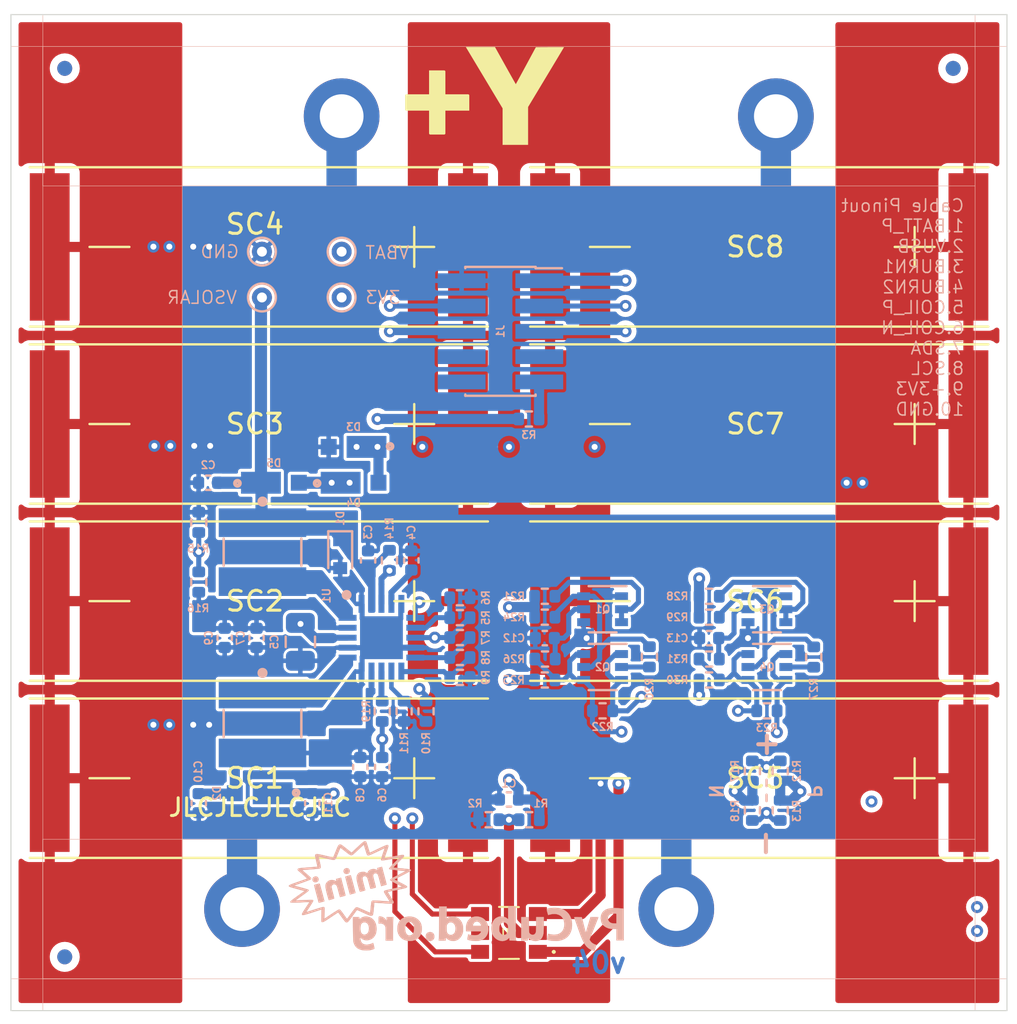
<source format=kicad_pcb>
(kicad_pcb (version 20211014) (generator pcbnew)
  (layers (0 "F.Cu" signal "Top") (1 "In1.Cu" signal) (2 "In2.Cu" signal) (3 "In3.Cu" signal) (4 "In4.Cu" signal) (31 "B.Cu" signal "Bottom") (34 "B.Paste" user) (35 "F.Paste" user) (36 "B.SilkS" user "B.Silkscreen") (37 "F.SilkS" user "F.Silkscreen") (38 "B.Mask" user) (39 "F.Mask" user) (44 "Edge.Cuts" user))
  (net 0 "")
  (net 1 "Net-(C7-Pad1)")
  (net 2 "Net-(C12-Pad1)")
  (net 3 "COIL_P")
  (net 4 "GND")
  (net 5 "+3V3")
  (net 6 "VSOLAR")
  (net 7 "BATT_P")
  (net 8 "COIL_N")
  (net 9 "BURN1")
  (net 10 "Net-(C13-Pad1)")
  (net 11 "Net-(D3-Pad1)")
  (net 12 "/coil")
  (net 13 "VBAT")
  (net 14 "Net-(L1-Pad2)")
  (net 15 "VOUT_EN")
  (net 16 "VBAT_OK")
  (net 17 "Net-(C4-Pad1)")
  (net 18 "Net-(C10-Pad1)")
  (net 19 "Net-(L2-Pad1)")
  (net 20 "Net-(R1-Pad2)")
  (net 21 "Net-(D4-Pad1)")
  (net 22 "SDA3")
  (net 23 "SCL3")
  (net 24 "BURN2")
  (net 25 "VUSB")
  (net 26 "Net-(Q1-Pad2)")
  (net 27 "Net-(Q1-Pad6)")
  (net 28 "Net-(Q2-Pad2)")
  (net 29 "SCL_LS")
  (net 30 "Net-(Q3-Pad2)")
  (net 31 "Net-(Q3-Pad6)")
  (net 32 "Net-(Q4-Pad2)")
  (net 33 "SDA_LS")
  (net 34 "Net-(R5-Pad1)")
  (net 35 "Net-(R10-Pad2)")
  (net 36 "Net-(R7-Pad1)")
  (net 37 "Net-(R8-Pad1)")
  (net 38 "Net-(R10-Pad1)")
  (net 39 "Net-(R14-Pad1)")
  (footprint "solarpanels:KXOB25-05X3F" (layer "F.Cu") (at 127.6656 73.5326 180)
    (fp_text reference "SC5")
    (fp_text value "SolarCell_Small")
  )
  (footprint "solarpanels:KXOB25-05X3F" (layer "F.Cu") (at 127.6656 64.6426 180)
    (fp_text reference "SC6")
    (fp_text value "SolarCell_Small")
  )
  (footprint "solarpanels:KXOB25-05X3F" (layer "F.Cu") (at 127.6656 46.8626 180)
    (fp_text reference "SC8")
    (fp_text value "SolarCell_Small")
  )
  (footprint "solarpanels:KXOB25-05X3F" (layer "F.Cu") (at 102.545 55.7526 180)
    (fp_text reference "SC3")
    (fp_text value "SolarCell_Small")
  )
  (footprint "solarpanels:KXOB25-05X3F" (layer "F.Cu") (at 102.545 46.8626 180)
    (fp_text reference "SC4")
    (fp_text value "SolarCell_Small")
  )
  (footprint "solarpanels:KXOB25-05X3F" (layer "F.Cu") (at 102.545 73.5326 180)
    (fp_text reference "SC1")
    (fp_text value "SolarCell_Small")
  )
  (footprint "solarpanels:KXOB25-05X3F" (layer "F.Cu") (at 102.545 64.6426 180)
    (fp_text reference "SC2")
    (fp_text value "SolarCell_Small")
  )
  (footprint "solarpanels:KXOB25-05X3F" (layer "F.Cu") (at 127.6656 55.7526 180)
    (fp_text reference "SC7")
    (fp_text value "SolarCell_Small")
  )
  (footprint "solarpanels:TSL2561" (layer "F.Cu") (at 104.6 81.3 180)
    (fp_text reference "U2")
    (fp_text value "TSL2561" hide)
  )
  (footprint "custom-footprints:ypanel" (layer "F.Cu") (at 121.949003 40.210999)
    (fp_text reference "Ref**" hide)
    (fp_text value "Val**" hide)
  )
  (footprint "Fiducial:Fiducial_0.75mm_Mask1.5mm" (layer "F.Cu") (at 82.3 37.9 180)
    (fp_text reference "REF**" hide)
    (fp_text value "Fiducial_0.75mm_Mask1.5mm")
  )
  (footprint "Fiducial:Fiducial_0.75mm_Mask1.5mm" (layer "F.Cu") (at 126.9 37.9 180)
    (fp_text reference "REF**" hide)
    (fp_text value "Fiducial_0.75mm_Mask1.5mm")
  )
  (footprint "Fiducial:Fiducial_0.75mm_Mask1.5mm" (layer "F.Cu") (at 82.3 82.5 180)
    (fp_text reference "REF**" hide)
    (fp_text value "Fiducial_0.75mm_Mask1.5mm")
  )
  (footprint "MountingHole:MountingHole_2.2mm_M2_DIN965_Pad" (layer "F.Cu") (at 91.2 80.1 -90)
    (fp_text reference "H3" hide)
    (fp_text value "MountingHole")
  )
  (footprint "MountingHole:MountingHole_2.2mm_M2_DIN965_Pad" (layer "F.Cu") (at 118 40.3 -90)
    (fp_text reference "H1" hide)
    (fp_text value "MountingHole")
  )
  (footprint "MountingHole:MountingHole_2.2mm_M2_DIN965_Pad" (layer "F.Cu") (at 96.2 40.3 -90)
    (fp_text reference "H2" hide)
    (fp_text value "MountingHole")
  )
  (footprint "MountingHole:MountingHole_2.2mm_M2_DIN965_Pad" (layer "F.Cu") (at 113.000002 80.1 -90)
    (fp_text reference "H4" hide)
    (fp_text value "MountingHole")
  )
  (footprint "Resistor_SMD:R_0402_1005Metric" (layer "B.Cu") (at 118.216654 73.174442 -90)
    (fp_text reference "R12")
    (fp_text value "0")
  )
  (footprint "Resistor_SMD:R_0402_1005Metric" (layer "B.Cu") (at 116.819654 73.174442 -90)
    (fp_text reference "R17")
    (fp_text value "0")
  )
  (footprint "Resistor_SMD:R_0402_1005Metric" (layer "B.Cu") (at 118.216654 75.142942 -90)
    (fp_text reference "R13")
    (fp_text value "0")
  )
  (footprint "Resistor_SMD:R_0402_1005Metric" (layer "B.Cu") (at 116.819654 75.142942 -90)
    (fp_text reference "R18")
    (fp_text value "0")
  )
  (footprint "Capacitor_SMD:C_0402_1005Metric" (layer "B.Cu") (at 104.6 74.6 180)
    (fp_text reference "C1")
    (fp_text value "1uF")
  )
  (footprint "solarpanels:MICROSMP" (layer "B.Cu") (at 92.8 58.7)
    (fp_text reference "D5")
    (fp_text value "MSS1P4-M3_89A" hide)
  )
  (footprint "Resistor_SMD:R_0402_1005Metric" (layer "B.Cu") (at 105.616 75.616 180)
    (fp_text reference "R1")
    (fp_text value "0")
  )
  (footprint "Resistor_SMD:R_0402_1005Metric" (layer "B.Cu") (at 103.584 75.616 180)
    (fp_text reference "R2")
    (fp_text value "0")
  )
  (footprint "Capacitor_SMD:C_0402_1005Metric" (layer "B.Cu") (at 97.52792 62.6 90)
    (fp_text reference "C3")
    (fp_text value "4.7uF")
  )
  (footprint "Capacitor_SMD:C_0402_1005Metric" (layer "B.Cu") (at 98.23692 72.97239 -90)
    (fp_text reference "C6")
    (fp_text value "1uF")
  )
  (footprint "solarpanels:LPS4018" (layer "B.Cu") (at 92.22792 62.18529 -90)
    (fp_text reference "L1" hide)
    (fp_text value "22uH-LPS4018-223MR" hide)
  )
  (footprint "Resistor_SMD:R_0402_1005Metric" (layer "B.Cu") (at 98.6 62.6 90)
    (fp_text reference "R14")
    (fp_text value "0")
  )
  (footprint "Resistor_SMD:R_0402_1005Metric" (layer "B.Cu") (at 98.23692 70.17239 -90)
    (fp_text reference "R19")
    (fp_text value "0")
  )
  (footprint "Capacitor_SMD:C_0402_1005Metric" (layer "B.Cu") (at 99.7 62.6 90)
    (fp_text reference "C4")
    (fp_text value "10nF")
  )
  (footprint "Resistor_SMD:R_0402_1005Metric" (layer "B.Cu") (at 102.13692 66.47239 180)
    (fp_text reference "R7")
    (fp_text value "374K")
  )
  (footprint "Resistor_SMD:R_0402_1005Metric" (layer "B.Cu") (at 102.13692 68.47239 180)
    (fp_text reference "R9")
    (fp_text value "4.53M")
  )
  (footprint "Resistor_SMD:R_0402_1005Metric" (layer "B.Cu") (at 89.02792 60.68684 -90)
    (fp_text reference "R15")
    (fp_text value "0")
  )
  (footprint "Resistor_SMD:R_0402_1005Metric" (layer "B.Cu") (at 102.13692 67.47239 180)
    (fp_text reference "R8")
    (fp_text value "8.25M")
  )
  (footprint "Resistor_SMD:R_0402_1005Metric" (layer "B.Cu") (at 102.13692 64.47239 180)
    (fp_text reference "R6")
    (fp_text value "5.62M")
  )
  (footprint "solarpanels:QFN50P350X350X100-21N-D" (layer "B.Cu") (at 98.199264 66.48 -90)
    (fp_text reference "U1")
    (fp_text value "Value" hide)
  )
  (footprint "Capacitor_SMD:C_0805_2012Metric" (layer "B.Cu") (at 94.12792 66.68684 -90)
    (fp_text reference "C5")
    (fp_text value "100uF")
  )
  (footprint "Resistor_SMD:R_0402_1005Metric" (layer "B.Cu") (at 89.02792 63.68684 90)
    (fp_text reference "R16")
    (fp_text value "0")
  )
  (footprint "Resistor_SMD:R_0402_1005Metric" (layer "B.Cu") (at 102.13692 65.47239)
    (fp_text reference "R5")
    (fp_text value "7.32M")
  )
  (footprint "Resistor_SMD:R_0402_1005Metric" (layer "B.Cu") (at 100.43692 70.17239 90)
    (fp_text reference "R10")
    (fp_text value "8.25M")
  )
  (footprint "Resistor_SMD:R_0402_1005Metric" (layer "B.Cu") (at 99.33692 70.17239 90)
    (fp_text reference "R11")
    (fp_text value "4.75M")
  )
  (footprint "solarpanels:LPS4018" (layer "B.Cu") (at 92.22792 70.78684 -90)
    (fp_text reference "L2" hide)
    (fp_text value "10uH-LPS4018-103MR" hide)
  )
  (footprint "TestPoint:TestPoint_THTPad_D1.0mm_Drill0.5mm" (layer "B.Cu") (at 92.2 49.4 -90)
    (fp_text reference "TP1" hide)
    (fp_text value "TP")
  )
  (footprint "TestPoint:TestPoint_THTPad_D1.0mm_Drill0.5mm" (layer "B.Cu") (at 92.2 47.1 -90)
    (fp_text reference "TP2" hide)
    (fp_text value "TP")
  )
  (footprint "TestPoint:TestPoint_THTPad_D1.0mm_Drill0.5mm" (layer "B.Cu") (at 96.2 49.4 -90)
    (fp_text reference "TP3" hide)
    (fp_text value "TP")
  )
  (footprint "TestPoint:TestPoint_THTPad_D1.0mm_Drill0.5mm" (layer "B.Cu") (at 96.2 47.1 -90)
    (fp_text reference "TP4" hide)
    (fp_text value "TP")
  )
  (footprint "Capacitor_SMD:C_0402_1005Metric" (layer "B.Cu") (at 97.13692 72.97239 -90)
    (fp_text reference "C8")
    (fp_text value "22uF")
  )
  (footprint "Fiducial:Fiducial_0.75mm_Mask1.5mm" (layer "B.Cu") (at 82.3 37.9 180)
    (fp_text reference "REF**" hide)
    (fp_text value "Fiducial_0.75mm_Mask1.5mm")
  )
  (footprint "Fiducial:Fiducial_0.75mm_Mask1.5mm" (layer "B.Cu") (at 126.9 37.9 180)
    (fp_text reference "REF**" hide)
    (fp_text value "Fiducial_0.75mm_Mask1.5mm")
  )
  (footprint "Fiducial:Fiducial_0.75mm_Mask1.5mm" (layer "B.Cu") (at 82.3 82.5 180)
    (fp_text reference "REF**" hide)
    (fp_text value "Fiducial_0.75mm_Mask1.5mm")
  )
  (footprint "Package_TO_SOT_SMD:SOT-363_SC-70-6" (layer "B.Cu") (at 117.55 67.95 180)
    (fp_text reference "Q4")
    (fp_text value "MBT2222ADW1T1")
  )
  (footprint "Resistor_SMD:R_0402_1005Metric" (layer "B.Cu") (at 111.65 67.44 90)
    (fp_text reference "R20")
    (fp_text value "680")
  )
  (footprint "Resistor_SMD:R_0402_1005Metric" (layer "B.Cu") (at 114.65 65.45)
    (fp_text reference "R29")
    (fp_text value "10K")
  )
  (footprint "Capacitor_SMD:C_0402_1005Metric" (layer "B.Cu") (at 89.5 58.7 180)
    (fp_text reference "C2")
    (fp_text value "0.1uF")
  )
  (footprint "Capacitor_SMD:C_0402_1005Metric" (layer "B.Cu") (at 90.32792 66.48684 -90)
    (fp_text reference "C9")
    (fp_text value "0.1uF")
  )
  (footprint "Resistor_SMD:R_0402_1005Metric" (layer "B.Cu") (at 106.4 68.6)
    (fp_text reference "R25")
    (fp_text value "10K")
  )
  (footprint "custom-footprints:pycubed_mini_logo" (layer "B.Cu") (at 95.160009 78.928947 180)
    (fp_text reference "Ref**" hide)
    (fp_text value "Val**" hide)
  )
  (footprint "Capacitor_SMD:C_0402_1005Metric" (layer "B.Cu") (at 89.02792 74.78684 -90)
    (fp_text reference "C10")
    (fp_text value "0.1uF")
  )
  (footprint "Resistor_SMD:R_0402_1005Metric" (layer "B.Cu") (at 114.65 64.4)
    (fp_text reference "R28")
    (fp_text value "100K")
  )
  (footprint "Package_TO_SOT_SMD:SOT-363_SC-70-6" (layer "B.Cu") (at 109.3 65.05 180)
    (fp_text reference "Q1")
    (fp_text value "BSS138DWQ-7")
  )
  (footprint "Capacitor_SMD:C_0402_1005Metric" (layer "B.Cu") (at 114.65 66.5 180)
    (fp_text reference "C13")
    (fp_text value "10nF")
  )
  (footprint "Resistor_SMD:R_0402_1005Metric" (layer "B.Cu") (at 105.6 55.5 180)
    (fp_text reference "R3")
    (fp_text value "0")
  )
  (footprint "Diode_SMD:D_SOD-523" (layer "B.Cu") (at 96.12792 62.28684 -90)
    (fp_text reference "D1")
    (fp_text value "SZMM5Z5V1T1G")
  )
  (footprint "Capacitor_SMD:C_0402_1005Metric" (layer "B.Cu") (at 94.72792 74.78684 -90)
    (fp_text reference "C11")
    (fp_text value "0.1uF")
  )
  (footprint "solarpanels:MICROSMP" (layer "B.Cu") (at 96.8 56.9 180)
    (fp_text reference "D3")
    (fp_text value "MSS1P4-M3_89A" hide)
  )
  (footprint "Resistor_SMD:R_0402_1005Metric" (layer "B.Cu") (at 114.65 67.55)
    (fp_text reference "R31")
    (fp_text value "200K")
  )
  (footprint "Capacitor_SMD:C_0402_1005Metric" (layer "B.Cu") (at 91.92792 66.486833 -90)
    (fp_text reference "C7")
    (fp_text value "4.7uF")
  )
  (footprint "Package_TO_SOT_SMD:SOT-363_SC-70-6" (layer "B.Cu") (at 109.3 67.95 180)
    (fp_text reference "Q2")
    (fp_text value "MBT2222ADW1T1")
  )
  (footprint "Resistor_SMD:R_0402_1005Metric" (layer "B.Cu") (at 106.4 65.45)
    (fp_text reference "R24")
    (fp_text value "10K")
  )
  (footprint "Resistor_SMD:R_0402_1005Metric" (layer "B.Cu") (at 109.3 70.149988)
    (fp_text reference "R22")
    (fp_text value "0")
  )
  (footprint "Resistor_SMD:R_0402_1005Metric" (layer "B.Cu") (at 106.41 67.55)
    (fp_text reference "R26")
    (fp_text value "200K")
  )
  (footprint "Resistor_SMD:R_0402_1005Metric" (layer "B.Cu") (at 114.65 68.6)
    (fp_text reference "R30")
    (fp_text value "10K")
  )
  (footprint "Resistor_SMD:R_0402_1005Metric" (layer "B.Cu") (at 106.4 64.4)
    (fp_text reference "R21")
    (fp_text value "100K")
  )
  (footprint "Capacitor_SMD:C_0402_1005Metric" (layer "B.Cu") (at 106.4 66.5 180)
    (fp_text reference "C12")
    (fp_text value "10nF")
  )
  (footprint "solarpanels:MICROSMP" (layer "B.Cu") (at 96.8 58.7)
    (fp_text reference "D4")
    (fp_text value "MSS1P4-M3_89A" hide)
  )
  (footprint "Connector_PinHeader_1.27mm:PinHeader_2x05_P1.27mm_Vertical_SMD" (layer "B.Cu") (at 104.173 51.1 180)
    (fp_text reference "J1")
    (fp_text value "TODO")
  )
  (footprint "solarpanels:MICROSMP" (layer "B.Cu") (at 92.08692 74.28684 180)
    (fp_text reference "D2")
    (fp_text value "MSS1P4-M3_89A" hide)
  )
  (footprint "Package_TO_SOT_SMD:SOT-363_SC-70-6" (layer "B.Cu") (at 117.55 65.05 180)
    (fp_text reference "Q3")
    (fp_text value "BSS138DWQ-7")
  )
  (footprint "Resistor_SMD:R_0402_1005Metric" (layer "B.Cu") (at 117.55 70.15)
    (fp_text reference "R23")
    (fp_text value "0")
  )
  (footprint "Resistor_SMD:R_0402_1005Metric" (layer "B.Cu") (at 119.9 67.45 90)
    (fp_text reference "R27")
    (fp_text value "680")
  )
  (gr_line (start 117.530854 73.613308) (end 117.530854 73.930808) (layer "B.SilkS") (width 0.12))
  (gr_line (start 117.530854 74.679392) (end 117.530854 74.361892) (layer "B.SilkS") (width 0.12))
  (gr_line (start 121 43.8) (end 121 36.8) (layer "B.SilkS") (width 0.0254))
  (gr_line (start 121 43.8) (end 121 76.6) (layer "B.SilkS") (width 0.0254))
  (gr_line (start 121 76.6) (end 121 83.6) (layer "B.SilkS") (width 0.0254))
  (gr_line (start 88.2 76.6) (end 88.2 83.6) (layer "B.SilkS") (width 0.0254))
  (gr_line (start 128 76.6) (end 121 76.6) (layer "B.SilkS") (width 0.0254))
  (gr_line (start 88.2 43.8) (end 88.2 76.6) (layer "B.SilkS") (width 0.0254))
  (gr_line (start 81.2 76.6) (end 88.2 76.6) (layer "B.SilkS") (width 0.0254))
  (gr_line (start 88.2 36.8) (end 81.2 36.8) (layer "B.SilkS") (width 0.0254))
  (gr_line (start 88.2 83.6) (end 81.2 83.6) (layer "B.SilkS") (width 0.0254))
  (gr_line (start 81.2 36.8) (end 81.2 43.8) (layer "B.SilkS") (width 0.0254))
  (gr_line (start 79.64 36.8) (end 129.56 36.8) (layer "B.SilkS") (width 0.0254))
  (gr_line (start 128 35.24) (end 128 43.8) (layer "B.SilkS") (width 0.0254))
  (gr_line (start 128 85.16) (end 128 76.6) (layer "B.SilkS") (width 0.0254))
  (gr_line (start 79.64 83.6) (end 129.56 83.6) (layer "B.SilkS") (width 0.0254))
  (gr_line (start 128 43.8) (end 128 76.6) (layer "B.SilkS") (width 0.0254))
  (gr_line (start 128 43.8) (end 121 43.8) (layer "B.SilkS") (width 0.0254))
  (gr_line (start 121 36.8) (end 128 36.8) (layer "B.SilkS") (width 0.0254))
  (gr_line (start 81.2 83.6) (end 81.2 76.6) (layer "B.SilkS") (width 0.0254))
  (gr_line (start 81.21 43.8) (end 88.21 43.8) (layer "B.SilkS") (width 0.0254))
  (gr_line (start 88.2 43.8) (end 88.2 36.8) (layer "B.SilkS") (width 0.0254))
  (gr_line (start 81.2 35.24) (end 81.2 85.16) (layer "B.SilkS") (width 0.0254))
  (gr_line (start 88.2 76.6) (end 121 76.6) (layer "B.SilkS") (width 0.0254))
  (gr_line (start 121 83.6) (end 128 83.6) (layer "B.SilkS") (width 0.0254))
  (gr_line (start 121 43.8) (end 88.2 43.8) (layer "B.SilkS") (width 0.0254))
  (gr_line (start 79.599993 85.199995) (end 129.599994 85.199995) (layer "Edge.Cuts") (width 0.0508))
  (gr_line (start 79.599993 35.199993) (end 79.599993 85.199995) (layer "Edge.Cuts") (width 0.0508))
  (gr_line (start 129.599994 35.199993) (end 79.599993 35.199993) (layer "Edge.Cuts") (width 0.0508))
  (gr_line (start 129.599994 85.199995) (end 129.599994 35.199993) (layer "Edge.Cuts") (width 0.0508))
  (gr_text "v04" (at 109.1 82.8) (layer "B.Cu") (effects (font (size 1.016 1.016) (thickness 0.2032)) (justify mirror)))
  (gr_text "+" (at 117.632454 71.828242 270) (layer "B.SilkS") (effects (font (size 1.143 1.143) (thickness 0.2032)) (justify mirror)))
  (gr_text "-" (at 117.581654 76.806642 270) (layer "B.SilkS") (effects (font (size 1.143 1.143) (thickness 0.2032)) (justify mirror)))
  (gr_text "P" (at 119.930854 74.190442 270) (layer "B.SilkS") (effects (font (size 0.635 0.635) (thickness 0.127)) (justify mirror)))
  (gr_text "N" (at 115.041654 74.190442 90) (layer "B.SilkS") (effects (font (size 0.635 0.635) (thickness 0.127)) (justify mirror)))
  (gr_text "3V3" (at 99.2 49.4) (layer "B.SilkS") (effects (font (size 0.635 0.635) (thickness 0.0762)) (justify left mirror)))
  (gr_text "GND" (at 91.1 47.1) (layer "B.SilkS") (effects (font (size 0.635 0.635) (thickness 0.0762)) (justify left mirror)))
  (gr_text "VSOLAR" (at 91 49.4) (layer "B.SilkS") (effects (font (size 0.635 0.635) (thickness 0.0762)) (justify left mirror)))
  (gr_text "VBAT" (at 99.65 47.15) (layer "B.SilkS") (effects (font (size 0.635 0.635) (thickness 0.0762)) (justify left mirror)))
  (gr_text "Cable Pinout\n1.BATT_P\n2.VUSB\n3.BURN1\n4.BURN2\n5.COIL_P\n6.COIL_N\n7.SDA\n8.SCL\n9.+3V3\n10.GND" (at 127.5 49.9) (layer "B.SilkS") (effects (font (size 0.635 0.635) (thickness 0.0762)) (justify left mirror)))
  (gr_text "JLCJLCJLCJLC" (at 92.1 75) (layer "F.SilkS") (effects (font (size 0.889 0.889))))
  (segment (start 106.88 66.5) (end 107.35 66.5) (width 0.254) (layer "B.Cu") (net 2))
  (segment (start 107.35 66.5) (end 107.6 66.25) (width 0.254) (layer "B.Cu") (net 2))
  (segment (start 107.6 65.35405) (end 107.90405 65.05) (width 0.254) (layer "B.Cu") (net 2))
  (segment (start 106.92 66.54) (end 106.88 66.5) (width 0.254) (layer "B.Cu") (net 2))
  (segment (start 106.92 67.55) (end 106.92 66.54) (width 0.254) (layer "B.Cu") (net 2))
  (segment (start 107.6 66.25) (end 107.6 65.35405) (width 0.254) (layer "B.Cu") (net 2))
  (segment (start 107.90405 65.05) (end 108.35 65.05) (width 0.254) (layer "B.Cu") (net 2))
  (via (at 119.232654 74.190442) (size 0.6) (drill 0.3) (layers "F.Cu" "B.Cu") (net 3))
  (via (at 110.45 51.1) (size 0.6) (drill 0.3) (layers "F.Cu" "B.Cu") (net 3))
  (segment (start 118.701654 73.659442) (end 119.232654 74.190442) (width 0.508) (layer "B.Cu") (net 3))
  (segment (start 110.449995 51.099999) (end 106.123003 51.099999) (width 0.381) (layer "B.Cu") (net 3))
  (segment (start 118.765154 74.657942) (end 119.232654 74.190442) (width 0.508) (layer "B.Cu") (net 3))
  (segment (start 118.216654 74.657942) (end 118.765154 74.657942) (width 0.508) (layer "B.Cu") (net 3))
  (segment (start 118.216654 73.659442) (end 118.216654 74.657942) (width 0.508) (layer "B.Cu") (net 3))
  (segment (start 118.216654 73.659442) (end 118.701654 73.659442) (width 0.508) (layer "B.Cu") (net 3))
  (segment (start 109.2 73.8) (end 109.2 79.4) (width 0.508) (layer "F.Cu") (net 4))
  (segment (start 108.25 80.35) (end 106.05 80.35) (width 0.508) (layer "F.Cu") (net 4))
  (segment (start 109.2 79.4) (end 108.25 80.35) (width 0.508) (layer "F.Cu") (net 4))
  (via (at 116.6 66.5) (size 0.6) (drill 0.3) (layers "F.Cu" "B.Cu") (net 4))
  (via (at 87.549998 46.85) (size 0.6) (drill 0.3) (layers "F.Cu" "B.Cu") (net 4))
  (via (at 87.59999 56.849998) (size 0.6) (drill 0.3) (layers "F.Cu" "B.Cu") (net 4))
  (via (at 89.550008 46.850002) (size 0.6) (drill 0.3) (layers "F.Cu" "B.Cu") (net 4))
  (via (at 109.2 73.8) (size 0.6) (drill 0.3) (layers "F.Cu" "B.Cu") (net 4))
  (via (at 89.6 56.85) (size 0.6) (drill 0.3) (layers "F.Cu" "B.Cu") (net 4))
  (via (at 108.5 66.5) (size 0.6) (drill 0.3) (layers "F.Cu" "B.Cu") (net 4))
  (via (at 86.75 46.85) (size 0.6) (drill 0.3) (layers "F.Cu" "B.Cu") (net 4))
  (via (at 88.75 70.85) (size 0.6) (drill 0.3) (layers "F.Cu" "B.Cu") (net 4))
  (via (at 88.750008 46.850002) (size 0.6) (drill 0.3) (layers "F.Cu" "B.Cu") (net 4))
  (via (at 88.8 56.85) (size 0.6) (drill 0.3) (layers "F.Cu" "B.Cu") (net 4))
  (via (at 86.799992 56.849998) (size 0.6) (drill 0.3) (layers "F.Cu" "B.Cu") (net 4))
  (via (at 89.55 70.85) (size 0.6) (drill 0.3) (layers "F.Cu" "B.Cu") (net 4))
  (via (at 86.749992 70.849998) (size 0.6) (drill 0.3) (layers "F.Cu" "B.Cu") (net 4))
  (via (at 87.54999 70.849998) (size 0.6) (drill 0.3) (layers "F.Cu" "B.Cu") (net 4))
  (segment (start 99.169863 65.518477) (end 99.07732 65.61102) (width 0.254) (layer "B.Cu") (net 4))
  (segment (start 99.899264 66.98) (end 99.13058 66.98) (width 0.29972) (layer "B.Cu") (net 4))
  (segment (start 99.169863 64.809401) (end 99.169863 65.518477) (width 0.254) (layer "B.Cu") (net 4))
  (segment (start 97.228664 67.4506) (end 98.199264 66.48) (width 0.254) (layer "B.Cu") (net 4))
  (segment (start 118 40.3) (end 118 43.8) (width 1.524) (layer "B.Cu") (net 4))
  (segment (start 96.499264 66.98) (end 97.699264 66.98) (width 0.254) (layer "B.Cu") (net 4))
  (segment (start 103.074 74.976) (end 103.45 74.6) (width 0.508) (layer "B.Cu") (net 4))
  (segment (start 103.074 75.616) (end 103.074 74.976) (width 0.508) (layer "B.Cu") (net 4))
  (segment (start 97.699264 66.98) (end 98.199264 66.48) (width 0.254) (layer "B.Cu") (net 4))
  (segment (start 97.228664 64.8094) (end 97.228664 65.5094) (width 0.254) (layer "B.Cu") (net 4))
  (segment (start 103.45 74.6) (end 104.12 74.6) (width 0.508) (layer "B.Cu") (net 4))
  (segment (start 113.000002 80.1) (end 113.000002 75.750002) (width 1.524) (layer "B.Cu") (net 4))
  (segment (start 91.2 80.1) (end 91.2 76.55) (width 1.524) (layer "B.Cu") (net 4))
  (segment (start 113.000002 75.750002) (end 113 75.75) (width 1.524) (layer "B.Cu") (net 4))
  (segment (start 97.228664 65.5094) (end 98.199264 66.48) (width 0.254) (layer "B.Cu") (net 4))
  (segment (start 97.228664 68.1506) (end 97.228664 67.4506) (width 0.254) (layer "B.Cu") (net 4))
  (segment (start 96.2 40.3) (end 96.2 43.8) (width 1.524) (layer "B.Cu") (net 4))
  (segment (start 110.1 80.45) (end 108.3 82.25) (width 0.508) (layer "F.Cu") (net 5))
  (segment (start 110.1 73.8) (end 110.1 80.45) (width 0.508) (layer "F.Cu") (net 5))
  (segment (start 108.3 82.25) (end 106.05 82.25) (width 0.508) (layer "F.Cu") (net 5))
  (via (at 104.6 68.6) (size 0.6) (drill 0.3) (layers "F.Cu" "B.Cu") (net 5))
  (via (at 104.6 64.95) (size 0.6) (drill 0.3) (layers "F.Cu" "B.Cu") (net 5))
  (via (at 104.6 73.6) (size 0.6) (drill 0.3) (layers "F.Cu" "B.Cu") (net 5))
  (via (at 114.15 63.5) (size 0.6) (drill 0.3) (layers "F.Cu" "B.Cu") (net 5))
  (via (at 95.8 74.3) (size 0.6) (drill 0.3) (layers "F.Cu" "B.Cu") (net 5))
  (via (at 114.15 69.35) (size 0.6) (drill 0.3) (layers "F.Cu" "B.Cu") (net 5))
  (via (at 110.1 73.8) (size 0.6) (drill 0.3) (layers "F.Cu" "B.Cu") (net 5))
  (via (at 110.45 48.55) (size 0.6) (drill 0.3) (layers "F.Cu" "B.Cu") (net 5))
  (segment (start 104.6 68.6) (end 105.89 68.6) (width 0.508) (layer "B.Cu") (net 5))
  (segment (start 105.89 64.94) (end 104.61 64.94) (width 0.508) (layer "B.Cu") (net 5))
  (segment (start 105.08 74.6) (end 105.08 74.08) (width 0.508) (layer "B.Cu") (net 5))
  (segment (start 94.72792 74.30684) (end 95.79316 74.30684) (width 0.508) (layer "B.Cu") (net 5))
  (segment (start 114.15 63.5) (end 114.14 63.51) (width 0.508) (layer "B.Cu") (net 5))
  (segment (start 105.89 64.94) (end 105.89 64.4) (width 0.508) (layer "B.Cu") (net 5))
  (segment (start 105.08 74.08) (end 104.6 73.6) (width 0.508) (layer "B.Cu") (net 5))
  (segment (start 92.73692 74.28684) (end 94.70792 74.28684) (width 0.508) (layer "B.Cu") (net 5))
  (segment (start 94.70792 74.28684) (end 94.72792 74.30684) (width 0.508) (layer "B.Cu") (net 5))
  (segment (start 114.14 69.34) (end 114.14 68.6) (width 0.508) (layer "B.Cu") (net 5))
  (segment (start 110.45 48.55) (end 110.44 48.56) (width 0.508) (layer "B.Cu") (net 5))
  (segment (start 105.75 74.6) (end 106.126 74.976) (width 0.508) (layer "B.Cu") (net 5))
  (segment (start 104.61 64.94) (end 104.6 64.95) (width 0.508) (layer "B.Cu") (net 5))
  (segment (start 114.14 63.51) (end 114.14 64.4) (width 0.508) (layer "B.Cu") (net 5))
  (segment (start 105.08 74.6) (end 105.75 74.6) (width 0.508) (layer "B.Cu") (net 5))
  (segment (start 114.14 65.45) (end 114.14 64.4) (width 0.508) (layer "B.Cu") (net 5))
  (segment (start 95.79316 74.30684) (end 95.8 74.3) (width 0.508) (layer "B.Cu") (net 5))
  (segment (start 110.44 48.56) (end 106.123 48.56) (width 0.508) (layer "B.Cu") (net 5))
  (segment (start 105.89 65.45) (end 105.89 64.94) (width 0.508) (layer "B.Cu") (net 5))
  (segment (start 106.126 74.976) (end 106.126 75.616) (width 0.508) (layer "B.Cu") (net 5))
  (segment (start 114.15 69.35) (end 114.14 69.34) (width 0.508) (layer "B.Cu") (net 5))
  (segment (start 97.52792 63.08) (end 97.61 63.08) (width 0.29972) (layer "B.Cu") (net 6))
  (segment (start 92.15 58.7) (end 89.98 58.7) (width 0.6096) (layer "B.Cu") (net 6))
  (segment (start 97.61 63.08) (end 98.6 62.09) (width 0.29972) (layer "B.Cu") (net 6))
  (segment (start 92.17868 58.72868) (end 92.15 58.7) (width 0.6096) (layer "B.Cu") (net 6))
  (segment (start 92.15 58.7) (end 92.15 49.45) (width 0.6096) (layer "B.Cu") (net 6))
  (segment (start 92.17868 60.7901) (end 92.17868 58.72868) (width 0.6096) (layer "B.Cu") (net 6))
  (segment (start 92.15 49.45) (end 92.2 49.4) (width 0.6096) (layer "B.Cu") (net 6))
  (segment (start 106.11 55.5) (end 106.11 53.653) (width 0.508) (layer "B.Cu") (net 7))
  (segment (start 106.11 53.653) (end 106.123 53.64) (width 0.508) (layer "B.Cu") (net 7))
  (via (at 115.930654 74.190442) (size 0.6) (drill 0.3) (layers "F.Cu" "B.Cu") (net 8))
  (via (at 98.625 51.1) (size 0.6) (drill 0.3) (layers "F.Cu" "B.Cu") (net 8))
  (segment (start 115.930654 74.190442) (end 116.461654 73.659442) (width 0.508) (layer "B.Cu") (net 8))
  (segment (start 102.223 51.1) (end 98.625 51.1) (width 0.381) (layer "B.Cu") (net 8))
  (segment (start 116.819654 74.657942) (end 116.398154 74.657942) (width 0.508) (layer "B.Cu") (net 8))
  (segment (start 116.398154 74.657942) (end 115.930654 74.190442) (width 0.508) (layer "B.Cu") (net 8))
  (segment (start 116.461654 73.659442) (end 116.819654 73.659442) (width 0.508) (layer "B.Cu") (net 8))
  (segment (start 116.819654 74.657942) (end 116.819654 73.659442) (width 0.508) (layer "B.Cu") (net 8))
  (segment (start 115.65 66.5) (end 115.9 66.25) (width 0.254) (layer "B.Cu") (net 10))
  (segment (start 115.9 65.25) (end 116.1 65.05) (width 0.254) (layer "B.Cu") (net 10))
  (segment (start 115.13 66.5) (end 115.65 66.5) (width 0.254) (layer "B.Cu") (net 10))
  (segment (start 115.13 67.52) (end 115.16 67.55) (width 0.254) (layer "B.Cu") (net 10))
  (segment (start 115.9 66.25) (end 115.9 65.25) (width 0.254) (layer "B.Cu") (net 10))
  (segment (start 116.1 65.05) (end 116.6 65.05) (width 0.254) (layer "B.Cu") (net 10))
  (segment (start 115.13 66.5) (end 115.13 67.52) (width 0.254) (layer "B.Cu") (net 10))
  (via (at 100.25 56.9) (size 0.6) (drill 0.3) (layers "F.Cu" "B.Cu") (net 11))
  (via (at 98 56.9) (size 0.6) (drill 0.3) (layers "F.Cu" "B.Cu") (net 11))
  (via (at 96.95 56.9) (size 0.6) (drill 0.3) (layers "F.Cu" "B.Cu") (net 11))
  (via (at 108.9 56.9) (size 0.6) (drill 0.3) (layers "F.Cu" "B.Cu") (net 11))
  (via (at 104.6 56.9) (size 0.6) (drill 0.3) (layers "F.Cu" "B.Cu") (net 11))
  (segment (start 98.05 57.5) (end 98.05 58.68684) (width 0.508) (layer "B.Cu") (net 11))
  (via (at 128.1 81.2) (size 0.6) (drill 0.3) (layers "F.Cu" "B.Cu") (net 12))
  (via (at 117.530854 72.972058) (size 0.6) (drill 0.3) (layers "F.Cu" "B.Cu") (net 12))
  (via (at 128.1 80) (size 0.6) (drill 0.3) (layers "F.Cu" "B.Cu") (net 12))
  (via (at 122.8 74.7) (size 0.6) (drill 0.3) (layers "F.Cu" "B.Cu") (net 12))
  (via (at 117.527942 75.272058) (size 0.6) (drill 0.3) (layers "F.Cu" "B.Cu") (net 12))
  (segment (start 117.527942 75.272058) (end 117.883826 75.627942) (width 0.24892) (layer "B.Cu") (net 12))
  (segment (start 117.83125 72.671662) (end 118.207844 72.671662) (width 0.24) (layer "B.Cu") (net 12))
  (segment (start 117.248238 72.689442) (end 116.819654 72.689442) (width 0.254) (layer "B.Cu") (net 12))
  (segment (start 117.883826 75.627942) (end 118.216654 75.627942) (width 0.24892) (layer "B.Cu") (net 12))
  (segment (start 117.172058 75.627942) (end 116.819654 75.627942) (width 0.24892) (layer "B.Cu") (net 12))
  (segment (start 117.530854 72.972058) (end 117.248238 72.689442) (width 0.254) (layer "B.Cu") (net 12))
  (segment (start 117.527942 75.272058) (end 117.172058 75.627942) (width 0.24892) (layer "B.Cu") (net 12))
  (segment (start 117.530854 72.972058) (end 117.83125 72.671662) (width 0.24) (layer "B.Cu") (net 12))
  (via (at 94.13692 65.78684) (size 0.6) (drill 0.3) (layers "F.Cu" "B.Cu") (net 13))
  (via (at 98 55.5) (size 0.6) (drill 0.3) (layers "F.Cu" "B.Cu") (net 13))
  (segment (start 95.76992 66.48) (end 95.74992 66.5) (width 0.29972) (layer "B.Cu") (net 13))
  (segment (start 96.499264 66.48) (end 95.76992 66.48) (width 0.29972) (layer "B.Cu") (net 13))
  (segment (start 105.09 55.5) (end 98 55.5) (width 0.508) (layer "B.Cu") (net 13))
  (segment (start 94.85008 66.5) (end 95.74992 66.5) (width 0.508) (layer "B.Cu") (net 13))
  (segment (start 94.13692 65.78684) (end 94.85008 66.5) (width 0.508) (layer "B.Cu") (net 13))
  (via (at 98.23692 71.57239) (size 0.6) (drill 0.3) (layers "F.Cu" "B.Cu") (net 15))
  (via (at 100.1 64.7) (size 0.6) (drill 0.3) (layers "F.Cu" "B.Cu") (net 15))
  (segment (start 99.899264 64.900736) (end 99.899264 65.48) (width 0.254) (layer "B.Cu") (net 15))
  (segment (start 100.1 64.7) (end 99.899264 64.900736) (width 0.254) (layer "B.Cu") (net 15))
  (segment (start 98.23692 71.57239) (end 98.23692 70.68239) (width 0.24892) (layer "B.Cu") (net 15))
  (segment (start 98.23692 71.57239) (end 98.23692 72.49239) (width 0.24892) (layer "B.Cu") (net 15))
  (segment (start 98.199264 69.480364) (end 98.199264 68.18) (width 0.29972) (layer "B.Cu") (net 16))
  (segment (start 98.699264 64.200736) (end 99.83692 63.06308) (width 0.29972) (layer "B.Cu") (net 17))
  (segment (start 98.699264 64.78) (end 98.699264 64.200736) (width 0.29972) (layer "B.Cu") (net 17))
  (segment (start 97.699264 68.18) (end 97.699264 68.92972) (width 0.29972) (layer "B.Cu") (net 18))
  (segment (start 89.02792 74.30684) (end 90.81692 74.30684) (width 0.508) (layer "B.Cu") (net 18))
  (segment (start 97.699264 68.92972) (end 97.699264 69.17239) (width 0.24) (layer "B.Cu") (net 18))
  (segment (start 90.83692 74.28684) (end 90.83692 72.26639) (width 0.508) (layer "B.Cu") (net 18))
  (segment (start 90.81692 74.30684) (end 90.83692 74.28684) (width 0.508) (layer "B.Cu") (net 18))
  (segment (start 104.6 75.616) (end 104.6 80.808) (width 0.508) (layer "F.Cu") (net 20))
  (segment (start 104.6 80.808) (end 105.092 81.3) (width 0.508) (layer "F.Cu") (net 20))
  (segment (start 105.092 81.3) (end 106.05 81.3) (width 0.508) (layer "F.Cu") (net 20))
  (via (at 104.6 75.616) (size 0.6) (drill 0.3) (layers "F.Cu" "B.Cu") (net 20))
  (segment (start 104.6 75.616) (end 105.106 75.616) (width 0.508) (layer "B.Cu") (net 20))
  (segment (start 104.094 75.616) (end 104.6 75.616) (width 0.508) (layer "B.Cu") (net 20))
  (via (at 96.6 58.7) (size 0.6) (drill 0.3) (layers "F.Cu" "B.Cu") (net 21))
  (via (at 121.55 58.7) (size 0.6) (drill 0.3) (layers "F.Cu" "B.Cu") (net 21))
  (via (at 95.7 58.7) (size 0.6) (drill 0.3) (layers "F.Cu" "B.Cu") (net 21))
  (via (at 122.35 58.7) (size 0.6) (drill 0.3) (layers "F.Cu" "B.Cu") (net 21))
  (segment (start 94.050002 58.70001) (end 95.700012 58.70001) (width 0.6096) (layer "B.Cu") (net 21))
  (segment (start 95.7 58.7) (end 96.15 58.7) (width 0.762) (layer "B.Cu") (net 21))
  (via (at 118.05 71.225) (size 0.6) (drill 0.3) (layers "F.Cu" "B.Cu") (net 22))
  (via (at 110.45 49.825) (size 0.6) (drill 0.3) (layers "F.Cu" "B.Cu") (net 22))
  (segment (start 118.06 70.15) (end 118.06 69.04) (width 0.254) (layer "B.Cu") (net 22))
  (segment (start 118.5 67.3) (end 118.15 67.3) (width 0.254) (layer "B.Cu") (net 22))
  (segment (start 118.1 68.6) (end 118.5 68.6) (width 0.254) (layer "B.Cu") (net 22))
  (segment (start 118.06 69.04) (end 118.5 68.6) (width 0.254) (layer "B.Cu") (net 22))
  (segment (start 110.45 49.825) (end 110.445 49.83) (width 0.254) (layer "B.Cu") (net 22))
  (segment (start 118.15 67.3) (end 117.85 67.6) (width 0.254) (layer "B.Cu") (net 22))
  (segment (start 118.05 71.225) (end 118.05 70.16) (width 0.254) (layer "B.Cu") (net 22))
  (segment (start 110.445 49.83) (end 106.123 49.83) (width 0.254) (layer "B.Cu") (net 22))
  (segment (start 118.05 70.16) (end 118.06 70.15) (width 0.254) (layer "B.Cu") (net 22))
  (segment (start 117.85 68.35) (end 118.1 68.6) (width 0.254) (layer "B.Cu") (net 22))
  (segment (start 117.85 67.6) (end 117.85 68.35) (width 0.254) (layer "B.Cu") (net 22))
  (via (at 111.25 69.45) (size 0.6) (drill 0.3) (layers "F.Cu" "B.Cu") (net 23))
  (via (at 98.625 49.825) (size 0.6) (drill 0.3) (layers "F.Cu" "B.Cu") (net 23))
  (segment (start 109.85 68.6) (end 109.55 68.3) (width 0.254) (layer "B.Cu") (net 23))
  (segment (start 98.625 49.825) (end 98.63 49.83) (width 0.254) (layer "B.Cu") (net 23))
  (segment (start 110.550012 70.149988) (end 109.81 70.149988) (width 0.254) (layer "B.Cu") (net 23))
  (segment (start 109.55 68.3) (end 109.55 67.7) (width 0.254) (layer "B.Cu") (net 23))
  (segment (start 109.81 69.04) (end 110.25 68.6) (width 0.254) (layer "B.Cu") (net 23))
  (segment (start 98.63 49.83) (end 102.223 49.83) (width 0.254) (layer "B.Cu") (net 23))
  (segment (start 109.55 67.7) (end 109.95 67.3) (width 0.254) (layer "B.Cu") (net 23))
  (segment (start 110.25 68.6) (end 109.85 68.6) (width 0.254) (layer "B.Cu") (net 23))
  (segment (start 111.25 69.45) (end 110.550012 70.149988) (width 0.254) (layer "B.Cu") (net 23))
  (segment (start 109.95 67.3) (end 110.25 67.3) (width 0.254) (layer "B.Cu") (net 23))
  (segment (start 109.81 70.149988) (end 109.81 69.04) (width 0.254) (layer "B.Cu") (net 23))
  (segment (start 111.1 64.7) (end 111.1 64.05) (width 0.254) (layer "B.Cu") (net 26))
  (segment (start 110.75 65.05) (end 111.1 64.7) (width 0.254) (layer "B.Cu") (net 26))
  (segment (start 110.25 65.7) (end 110.25 65.05) (width 0.254) (layer "B.Cu") (net 26))
  (segment (start 107.61 63.7) (end 106.91 64.4) (width 0.254) (layer "B.Cu") (net 26))
  (segment (start 111.1 64.05) (end 110.75 63.7) (width 0.254) (layer "B.Cu") (net 26))
  (segment (start 110.25 65.05) (end 110.75 65.05) (width 0.254) (layer "B.Cu") (net 26))
  (segment (start 110.75 63.7) (end 107.61 63.7) (width 0.254) (layer "B.Cu") (net 26))
  (segment (start 109.15 64.7) (end 108.85 64.4) (width 0.254) (layer "B.Cu") (net 27))
  (segment (start 107.81605 64.4) (end 108.35 64.4) (width 0.254) (layer "B.Cu") (net 27))
  (segment (start 109.15 67.15) (end 109.15 66.05) (width 0.254) (layer "B.Cu") (net 27))
  (segment (start 106.91 65.30605) (end 107.81605 64.4) (width 0.254) (layer "B.Cu") (net 27))
  (segment (start 109.15 67.05) (end 109.15 67.15) (width 0.254) (layer "B.Cu") (net 27))
  (segment (start 108.75 67.95) (end 109.15 67.55) (width 0.254) (layer "B.Cu") (net 27))
  (segment (start 106.91 65.45) (end 106.91 65.30605) (width 0.254) (layer "B.Cu") (net 27))
  (segment (start 108.35 67.95) (end 108.75 67.95) (width 0.254) (layer "B.Cu") (net 27))
  (segment (start 109.65 66.55) (end 109.15 67.05) (width 0.254) (layer "B.Cu") (net 27))
  (segment (start 111.27 66.55) (end 109.65 66.55) (width 0.254) (layer "B.Cu") (net 27))
  (segment (start 111.65 66.93) (end 111.27 66.55) (width 0.254) (layer "B.Cu") (net 27))
  (segment (start 108.85 64.4) (end 108.35 64.4) (width 0.254) (layer "B.Cu") (net 27))
  (segment (start 109.15 66.05) (end 109.15 64.7) (width 0.254) (layer "B.Cu") (net 27))
  (segment (start 109.15 67.55) (end 109.15 67.15) (width 0.254) (layer "B.Cu") (net 27))
  (segment (start 110.25 67.95) (end 111.65 67.95) (width 0.254) (layer "B.Cu") (net 28))
  (segment (start 99.75 79.35) (end 100.75 80.35) (width 0.254) (layer "F.Cu") (net 29))
  (segment (start 99.75 75.55) (end 99.75 79.35) (width 0.254) (layer "F.Cu") (net 29))
  (segment (start 100.75 80.35) (end 103.15 80.35) (width 0.254) (layer "F.Cu") (net 29))
  (via (at 99.75 75.55) (size 0.6) (drill 0.3) (layers "F.Cu" "B.Cu") (net 29))
  (via (at 110.25 71.2) (size 0.6) (drill 0.3) (layers "F.Cu" "B.Cu") (net 29))
  (segment (start 108 67.3) (end 108.35 67.3) (width 0.254) (layer "B.Cu") (net 29))
  (segment (start 107.95 68.6) (end 107.65 68.3) (width 0.254) (layer "B.Cu") (net 29))
  (segment (start 107.65 68.3) (end 107.65 67.65) (width 0.254) (layer "B.Cu") (net 29))
  (segment (start 107.35 68.6) (end 107.65 68.3) (width 0.254) (layer "B.Cu") (net 29))
  (segment (start 109.25 71.2) (end 108.79 70.74) (width 0.254) (layer "B.Cu") (net 29))
  (segment (start 108.79 70.74) (end 108.79 70.149988) (width 0.254) (layer "B.Cu") (net 29))
  (segment (start 108.79 69.04) (end 108.35 68.6) (width 0.254) (layer "B.Cu") (net 29))
  (segment (start 106.91 68.6) (end 106.91 68.56) (width 0.254) (layer "B.Cu") (net 29))
  (segment (start 106.91 68.56) (end 105.9 67.55) (width 0.254) (layer "B.Cu") (net 29))
  (segment (start 107.65 67.65) (end 108 67.3) (width 0.254) (layer "B.Cu") (net 29))
  (segment (start 108.79 70.149988) (end 108.79 69.04) (width 0.254) (layer "B.Cu") (net 29))
  (segment (start 108.35 68.6) (end 107.95 68.6) (width 0.254) (layer "B.Cu") (net 29))
  (segment (start 106.91 68.6) (end 107.35 68.6) (width 0.254) (layer "B.Cu") (net 29))
  (segment (start 110.25 71.2) (end 109.25 71.2) (width 0.254) (layer "B.Cu") (net 29))
  (segment (start 115.16 64.39) (end 115.16 64.4) (width 0.254) (layer "B.Cu") (net 30))
  (segment (start 119 63.7) (end 115.85 63.7) (width 0.254) (layer "B.Cu") (net 30))
  (segment (start 118.5 65.05) (end 119 65.05) (width 0.254) (layer "B.Cu") (net 30))
  (segment (start 119 65.05) (end 119.35 64.7) (width 0.254) (layer "B.Cu") (net 30))
  (segment (start 118.5 65.7) (end 118.5 65.05) (width 0.254) (layer "B.Cu") (net 30))
  (segment (start 119.35 64.05) (end 119 63.7) (width 0.254) (layer "B.Cu") (net 30))
  (segment (start 119.35 64.7) (end 119.35 64.05) (width 0.254) (layer "B.Cu") (net 30))
  (segment (start 115.85 63.7) (end 115.16 64.39) (width 0.254) (layer "B.Cu") (net 30))
  (segment (start 117.45 67.05) (end 117.45 64.8162) (width 0.254) (layer "B.Cu") (net 31))
  (segment (start 119.51 66.55) (end 117.95 66.55) (width 0.254) (layer "B.Cu") (net 31))
  (segment (start 116.6 67.95) (end 117 67.95) (width 0.254) (layer "B.Cu") (net 31))
  (segment (start 119.9 66.94) (end 119.51 66.55) (width 0.254) (layer "B.Cu") (net 31))
  (segment (start 117.45 64.8162) (end 117.0338 64.4) (width 0.254) (layer "B.Cu") (net 31))
  (segment (start 116.08 64.4) (end 116.6 64.4) (width 0.254) (layer "B.Cu") (net 31))
  (segment (start 117 67.95) (end 117.45 67.5) (width 0.254) (layer "B.Cu") (net 31))
  (segment (start 117.0338 64.4) (end 116.6 64.4) (width 0.254) (layer "B.Cu") (net 31))
  (segment (start 117.95 66.55) (end 117.45 67.05) (width 0.254) (layer "B.Cu") (net 31))
  (segment (start 115.16 65.32) (end 116.08 64.4) (width 0.254) (layer "B.Cu") (net 31))
  (segment (start 115.16 65.45) (end 115.16 65.32) (width 0.254) (layer "B.Cu") (net 31))
  (segment (start 117.45 67.5) (end 117.45 67.05) (width 0.254) (layer "B.Cu") (net 31))
  (segment (start 118.5 67.95) (end 119.89 67.95) (width 0.254) (layer "B.Cu") (net 32))
  (segment (start 119.89 67.95) (end 119.9 67.96) (width 0.254) (layer "B.Cu") (net 32))
  (segment (start 100.9 82.25) (end 103.15 82.25) (width 0.254) (layer "F.Cu") (net 33))
  (segment (start 98.875 80.225) (end 100.9 82.25) (width 0.254) (layer "F.Cu") (net 33))
  (segment (start 98.875 75.55) (end 98.875 80.225) (width 0.254) (layer "F.Cu") (net 33))
  (via (at 116.1 70.15) (size 0.6) (drill 0.3) (layers "F.Cu" "B.Cu") (net 33))
  (via (at 98.875 75.55) (size 0.6) (drill 0.3) (layers "F.Cu" "B.Cu") (net 33))
  (segment (start 116.1662 67.3) (end 116.6 67.3) (width 0.254) (layer "B.Cu") (net 33))
  (segment (start 116.1 70.15) (end 117.04 70.15) (width 0.254) (layer "B.Cu") (net 33))
  (segment (start 115.16 68.6) (end 115.16 68.57) (width 0.254) (layer "B.Cu") (net 33))
  (segment (start 115.55 68.6) (end 115.16 68.6) (width 0.254) (layer "B.Cu") (net 33))
  (segment (start 115.9 68.25) (end 115.9 67.5662) (width 0.254) (layer "B.Cu") (net 33))
  (segment (start 115.9 68.25) (end 115.55 68.6) (width 0.254) (layer "B.Cu") (net 33))
  (segment (start 117.04 69.04) (end 116.6 68.6) (width 0.254) (layer "B.Cu") (net 33))
  (segment (start 115.9 67.5662) (end 116.1662 67.3) (width 0.254) (layer "B.Cu") (net 33))
  (segment (start 116.6 68.6) (end 116.25 68.6) (width 0.254) (layer "B.Cu") (net 33))
  (segment (start 115.16 68.57) (end 114.14 67.55) (width 0.254) (layer "B.Cu") (net 33))
  (segment (start 116.25 68.6) (end 115.9 68.25) (width 0.254) (layer "B.Cu") (net 33))
  (segment (start 117.04 70.15) (end 117.04 69.04) (width 0.254) (layer "B.Cu") (net 33))
  (segment (start 99.899264 65.98) (end 100.432712 65.98) (width 0.254) (layer "B.Cu") (net 34))
  (segment (start 100.940322 65.47239) (end 101.62692 65.47239) (width 0.254) (layer "B.Cu") (net 34))
  (segment (start 101.62692 65.47239) (end 101.62692 64.47239) (width 0.254) (layer "B.Cu") (net 34))
  (segment (start 100.432712 65.98) (end 100.940322 65.47239) (width 0.254) (layer "B.Cu") (net 34))
  (via (at 100.1 69.05) (size 0.6) (drill 0.3) (layers "F.Cu" "B.Cu") (net 35))
  (via (at 100.875 66.475) (size 0.6) (drill 0.3) (layers "F.Cu" "B.Cu") (net 35))
  (segment (start 99.904264 66.475) (end 99.899264 66.48) (width 0.254) (layer "B.Cu") (net 35))
  (segment (start 101.61453 66.48478) (end 102.62692 65.47239) (width 0.254) (layer "B.Cu") (net 35))
  (segment (start 100.1 69.05) (end 100.43692 69.38692) (width 0.254) (layer "B.Cu") (net 35))
  (segment (start 100.875 66.475) (end 99.904264 66.475) (width 0.254) (layer "B.Cu") (net 35))
  (segment (start 100.43692 69.38692) (end 100.43692 69.66239) (width 0.254) (layer "B.Cu") (net 35))
  (segment (start 101.62692 66.47239) (end 100.87761 66.47239) (width 0.254) (layer "B.Cu") (net 35))
  (segment (start 102.62692 65.47239) (end 102.64692 65.47239) (width 0.254) (layer "B.Cu") (net 35))
  (segment (start 100.87761 66.47239) (end 100.875 66.475) (width 0.254) (layer "B.Cu") (net 35))
  (segment (start 101.62692 67.47239) (end 101.61931 67.48) (width 0.254) (layer "B.Cu") (net 36))
  (segment (start 101.64692 67.47239) (end 101.62692 67.47239) (width 0.254) (layer "B.Cu") (net 36))
  (segment (start 102.64692 66.47239) (end 101.64692 67.47239) (width 0.254) (layer "B.Cu") (net 36))
  (segment (start 101.61931 67.48) (end 99.899264 67.48) (width 0.254) (layer "B.Cu") (net 36))
  (segment (start 102.64692 67.47239) (end 102.62692 67.47239) (width 0.254) (layer "B.Cu") (net 37))
  (segment (start 101.33453 68.18) (end 101.62692 68.47239) (width 0.254) (layer "B.Cu") (net 37))
  (segment (start 99.199264 68.18) (end 101.33453 68.18) (width 0.254) (layer "B.Cu") (net 37))
  (segment (start 102.62692 67.47239) (end 101.62692 68.47239) (width 0.254) (layer "B.Cu") (net 37))
  (segment (start 98.699264 68.992234) (end 98.699264 68.18) (width 0.2286) (layer "B.Cu") (net 38))
  (segment (start 100.43692 70.68239) (end 100.38942 70.68239) (width 0.2286) (layer "B.Cu") (net 38))
  (segment (start 100.38942 70.68239) (end 98.699264 68.992234) (width 0.2286) (layer "B.Cu") (net 38))
  (via (at 89.02792 62.17208) (size 0.6) (drill 0.3) (layers "F.Cu" "B.Cu") (net 39))
  (via (at 98.6 63.11) (size 0.6) (drill 0.3) (layers "F.Cu" "B.Cu") (net 39))
  (segment (start 89.02792 62.17208) (end 89.02792 63.17684) (width 0.254) (layer "B.Cu") (net 39))
  (segment (start 98.199264 63.510736) (end 98.199264 63.799264) (width 0.29972) (layer "B.Cu") (net 39))
  (segment (start 98.199264 63.799264) (end 98.199264 64.78) (width 0.29972) (layer "B.Cu") (net 39))
  (segment (start 98.61316 63.09684) (end 98.199264 63.510736) (width 0.29972) (layer "B.Cu") (net 39))
  (segment (start 89.02792 61.19684) (end 89.02792 62.17208) (width 0.254) (layer "B.Cu") (net 39))
  (zone (net 4) (net_name "GND") (layer "F.Cu") (connect_pads (clearance 0.127)) (min_thickness 0.254) (fill yes (thermal_gap 0.508) (thermal_bridge_width 0.508))
    (polygon (pts (xy 79.05 85.75) (xy 79.05 34.569) (xy 88.201 34.569) (xy 88.201 85.75)))
  )
  (zone (net 11) (net_name "Net-(D3-Pad1)") (layer "F.Cu") (connect_pads (clearance 0.127)) (min_thickness 0.254) (fill yes (thermal_gap 0.508) (thermal_bridge_width 0.508))
    (polygon (pts (xy 99.5224 85.6484) (xy 99.5224 34.4674) (xy 109.6824 34.4674) (xy 109.6824 85.6484)))
  )
  (zone (net 21) (net_name "Net-(D4-Pad1)") (layer "F.Cu") (connect_pads (clearance 0.127)) (min_thickness 0.254) (fill yes (thermal_gap 0.508) (thermal_bridge_width 0.508))
    (polygon (pts (xy 120.987 85.877) (xy 120.987 34.696) (xy 130.104 34.696) (xy 130.104 85.877)))
  )
  (zone (net 4) (net_name "GND") (layers "In3.Cu" "B.Cu") (connect_pads (clearance 0.127)) (min_thickness 0.127) (fill yes (thermal_gap 0.127) (thermal_bridge_width 0.2286))
    (polygon (pts (xy 88.2 43.8) (xy 121 43.8) (xy 121 76.6) (xy 88.2 76.6)))
  )
  (zone (net 14) (net_name "Net-(L1-Pad2)") (layer "B.Cu") (priority 6) (connect_pads yes (clearance 0.000001)) (min_thickness 0.2032) (fill yes (thermal_gap 0.508) (thermal_bridge_width 0.508))
    (polygon (pts (xy 96.76592 65.5348) (xy 96.065664 65.5348) (xy 94.92792 64.28684) (xy 91.24091 64.28684) (xy 91.23692 63.08684) (xy 95.22792 63.08684) (xy 96.76592 64.99634)))
  )
  (zone (net 19) (net_name "Net-(L2-Pad1)") (layer "B.Cu") (priority 4) (connect_pads yes (clearance 0.000001)) (min_thickness 0.2032) (fill yes (thermal_gap 0.508) (thermal_bridge_width 0.508))
    (polygon (pts (xy 96.776864 67.88684) (xy 96.776864 67.3652) (xy 96.12792 67.3652) (xy 94.92792 68.68684) (xy 92.87342 68.68084) (xy 92.87342 69.97239) (xy 95.22792 69.98684)))
  )
  (zone (net 18) (net_name "Net-(C10-Pad1)") (layer "B.Cu") (priority 6) (connect_pads (clearance 0.127)) (min_thickness 0.127) (fill yes (thermal_gap 0.127) (thermal_bridge_width 0.2286))
    (polygon (pts (xy 92.79252 71.57776) (xy 95.55942 71.57776) (xy 95.55942 71.02884) (xy 97.40854 71.02884) (xy 97.40854 68.99684) (xy 97.95972 68.99684) (xy 97.94702 72.95124) (xy 92.79252 72.95124)))
  )
  (zone (net 6) (net_name "VSOLAR") (layer "B.Cu") (priority 4) (connect_pads yes (clearance 0.127)) (min_thickness 0.127) (fill yes (thermal_gap 0.127) (thermal_bridge_width 0.2286))
    (polygon (pts (xy 97.52792 65.21284) (xy 97.52792 63.94284) (xy 95.68642 61.35684) (xy 91.43192 61.35684) (xy 91.43192 60.08684) (xy 96.70242 60.08684) (xy 97.01992 60.08684) (xy 97.01992 62.54584) (xy 97.90892 62.54584) (xy 97.90892 65.21284)))
  )
  (zone (net 0) (net_name "") (layer "B.Cu") (connect_pads (clearance 0)) (min_thickness 0.254)
    (keepout (tracks allowed) (vias allowed) (pads allowed) (copperpour not_allowed) (footprints allowed))
    (fill (thermal_gap 0.508) (thermal_bridge_width 0.508))
    (polygon (pts (xy 102.064 59.7) (xy 121.1 59.7) (xy 121.1 60.3) (xy 102.064 60.3)))
  )
  (zone (net 1) (net_name "Net-(C7-Pad1)") (layer "B.Cu") (priority 4) (connect_pads (clearance 0.127)) (min_thickness 0.127) (fill yes (thermal_gap 0.127) (thermal_bridge_width 0.2286))
    (polygon (pts (xy 95.105044 66.2) (xy 88.7 66.2) (xy 88.7 63.8) (xy 89.5 63.8) (xy 89.5 64.36356) (xy 94.800244 64.36356) (xy 96.15 65.75) (xy 96.15 66.2)))
  )
)
</source>
